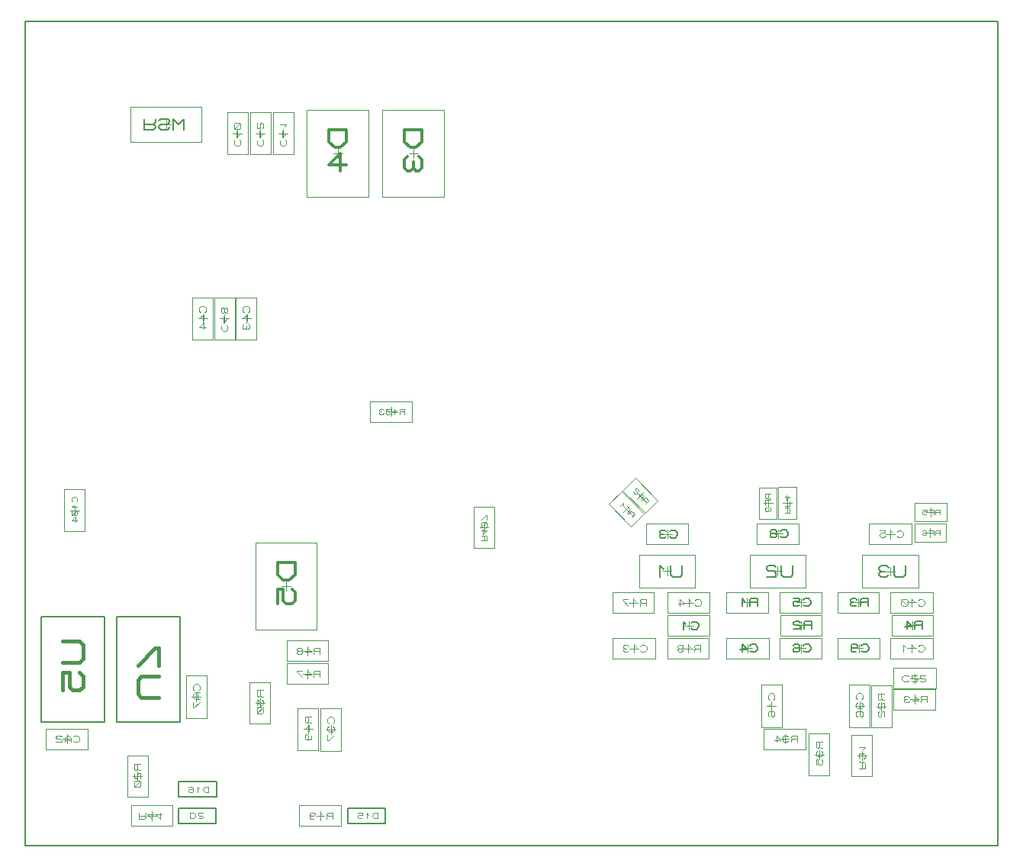
<source format=gbr>
G04 PROTEUS RS274X GERBER FILE*
%FSLAX45Y45*%
%MOMM*%
G01*
%ADD41C,0.203200*%
%ADD97C,0.050000*%
%ADD99C,0.093000*%
%ADD129C,0.389040*%
%ADD102C,0.118750*%
%ADD130C,0.208330*%
%ADD109C,0.141000*%
%ADD113C,0.116250*%
%ADD98C,0.095000*%
%ADD128C,0.100580*%
%ADD131C,0.325000*%
%ADD132C,0.088750*%
%ADD133C,0.198750*%
D41*
X-1079500Y-6413500D02*
X+9715500Y-6413500D01*
X+9715500Y+2730500D01*
X-1079500Y+2730500D01*
X-1079500Y-6413500D01*
D97*
X+3209200Y-1715200D02*
X+2749200Y-1715200D01*
X+2749200Y-1485200D01*
X+3209200Y-1485200D01*
X+3209200Y-1715200D01*
X+2979200Y-1550200D02*
X+2979200Y-1650200D01*
X+2929200Y-1600200D02*
X+3029200Y-1600200D01*
D99*
X+3128000Y-1628100D02*
X+3128000Y-1572300D01*
X+3081500Y-1572300D01*
X+3072200Y-1581600D01*
X+3072200Y-1590900D01*
X+3081500Y-1600200D01*
X+3128000Y-1600200D01*
X+3081500Y-1600200D02*
X+3072200Y-1609500D01*
X+3072200Y-1628100D01*
X+2997800Y-1609500D02*
X+3053600Y-1609500D01*
X+3016400Y-1572300D01*
X+3016400Y-1628100D01*
X+2979200Y-1618800D02*
X+2979200Y-1581600D01*
X+2969900Y-1572300D01*
X+2932700Y-1572300D01*
X+2923400Y-1581600D01*
X+2923400Y-1618800D01*
X+2932700Y-1628100D01*
X+2969900Y-1628100D01*
X+2979200Y-1618800D01*
X+2979200Y-1628100D02*
X+2923400Y-1572300D01*
X+2895500Y-1581600D02*
X+2886200Y-1572300D01*
X+2858300Y-1572300D01*
X+2849000Y-1581600D01*
X+2849000Y-1590900D01*
X+2858300Y-1600200D01*
X+2849000Y-1609500D01*
X+2849000Y-1618800D01*
X+2858300Y-1628100D01*
X+2886200Y-1628100D01*
X+2895500Y-1618800D01*
X+2876900Y-1600200D02*
X+2858300Y-1600200D01*
D41*
X-902450Y-5041900D02*
X-203950Y-5041900D01*
X-203950Y-3874770D01*
X-902450Y-3874770D01*
X-902450Y-5041900D01*
D129*
X-669913Y-4147101D02*
X-475391Y-4147101D01*
X-436487Y-4186005D01*
X-436487Y-4341622D01*
X-475391Y-4380526D01*
X-669913Y-4380526D01*
X-669913Y-4691760D02*
X-669913Y-4497239D01*
X-592104Y-4497239D01*
X-592104Y-4652856D01*
X-553200Y-4691760D01*
X-475391Y-4691760D01*
X-436487Y-4652856D01*
X-436487Y-4536143D01*
X-475391Y-4497239D01*
D41*
X-64250Y-5041900D02*
X+634250Y-5041900D01*
X+634250Y-3874770D01*
X-64250Y-3874770D01*
X-64250Y-5041900D01*
D129*
X+401713Y-4769569D02*
X+207191Y-4769569D01*
X+168287Y-4730665D01*
X+168287Y-4575048D01*
X+207191Y-4536144D01*
X+401713Y-4536144D01*
X+401713Y-4419431D02*
X+401713Y-4224910D01*
X+362809Y-4224910D01*
X+168287Y-4419431D01*
D97*
X+1160080Y+1252438D02*
X+1160080Y+1722438D01*
X+1390080Y+1722438D01*
X+1390080Y+1252438D01*
X+1160080Y+1252438D01*
X+1325080Y+1487438D02*
X+1225080Y+1487438D01*
X+1275080Y+1537438D02*
X+1275080Y+1437438D01*
D102*
X+1251330Y+1416188D02*
X+1239455Y+1404313D01*
X+1239455Y+1368688D01*
X+1263205Y+1344938D01*
X+1286955Y+1344938D01*
X+1310705Y+1368688D01*
X+1310705Y+1404313D01*
X+1298830Y+1416188D01*
X+1263205Y+1511188D02*
X+1263205Y+1439938D01*
X+1310705Y+1487438D01*
X+1239455Y+1487438D01*
X+1251330Y+1534938D02*
X+1298830Y+1534938D01*
X+1310705Y+1546813D01*
X+1310705Y+1594313D01*
X+1298830Y+1606188D01*
X+1251330Y+1606188D01*
X+1239455Y+1594313D01*
X+1239455Y+1546813D01*
X+1251330Y+1534938D01*
X+1239455Y+1534938D02*
X+1310705Y+1606188D01*
D97*
X+1668080Y+1252438D02*
X+1668080Y+1722438D01*
X+1898080Y+1722438D01*
X+1898080Y+1252438D01*
X+1668080Y+1252438D01*
X+1833080Y+1487438D02*
X+1733080Y+1487438D01*
X+1783080Y+1537438D02*
X+1783080Y+1437438D01*
D102*
X+1759330Y+1416188D02*
X+1747455Y+1404313D01*
X+1747455Y+1368688D01*
X+1771205Y+1344938D01*
X+1794955Y+1344938D01*
X+1818705Y+1368688D01*
X+1818705Y+1404313D01*
X+1806830Y+1416188D01*
X+1771205Y+1511188D02*
X+1771205Y+1439938D01*
X+1818705Y+1487438D01*
X+1747455Y+1487438D01*
X+1794955Y+1558688D02*
X+1818705Y+1582438D01*
X+1747455Y+1582438D01*
D97*
X+1414080Y+1252438D02*
X+1414080Y+1722438D01*
X+1644080Y+1722438D01*
X+1644080Y+1252438D01*
X+1414080Y+1252438D01*
X+1579080Y+1487438D02*
X+1479080Y+1487438D01*
X+1529080Y+1537438D02*
X+1529080Y+1437438D01*
D102*
X+1505330Y+1416188D02*
X+1493455Y+1404313D01*
X+1493455Y+1368688D01*
X+1517205Y+1344938D01*
X+1540955Y+1344938D01*
X+1564705Y+1368688D01*
X+1564705Y+1404313D01*
X+1552830Y+1416188D01*
X+1517205Y+1511188D02*
X+1517205Y+1439938D01*
X+1564705Y+1487438D01*
X+1493455Y+1487438D01*
X+1552830Y+1546813D02*
X+1564705Y+1558688D01*
X+1564705Y+1594313D01*
X+1552830Y+1606188D01*
X+1540955Y+1606188D01*
X+1529080Y+1594313D01*
X+1529080Y+1558688D01*
X+1517205Y+1546813D01*
X+1493455Y+1546813D01*
X+1493455Y+1606188D01*
D97*
X+1256600Y-804100D02*
X+1256600Y-334100D01*
X+1486600Y-334100D01*
X+1486600Y-804100D01*
X+1256600Y-804100D01*
X+1421600Y-569100D02*
X+1321600Y-569100D01*
X+1371600Y-519100D02*
X+1371600Y-619100D01*
D102*
X+1395350Y-497850D02*
X+1407225Y-485975D01*
X+1407225Y-450350D01*
X+1383475Y-426600D01*
X+1359725Y-426600D01*
X+1335975Y-450350D01*
X+1335975Y-485975D01*
X+1347850Y-497850D01*
X+1383475Y-592850D02*
X+1383475Y-521600D01*
X+1335975Y-569100D01*
X+1407225Y-569100D01*
X+1347850Y-628475D02*
X+1335975Y-640350D01*
X+1335975Y-675975D01*
X+1347850Y-687850D01*
X+1359725Y-687850D01*
X+1371600Y-675975D01*
X+1383475Y-687850D01*
X+1395350Y-687850D01*
X+1407225Y-675975D01*
X+1407225Y-640350D01*
X+1395350Y-628475D01*
X+1371600Y-652225D02*
X+1371600Y-675975D01*
D97*
X+774000Y-804100D02*
X+774000Y-334100D01*
X+1004000Y-334100D01*
X+1004000Y-804100D01*
X+774000Y-804100D01*
X+939000Y-569100D02*
X+839000Y-569100D01*
X+889000Y-519100D02*
X+889000Y-619100D01*
D102*
X+912750Y-497850D02*
X+924625Y-485975D01*
X+924625Y-450350D01*
X+900875Y-426600D01*
X+877125Y-426600D01*
X+853375Y-450350D01*
X+853375Y-485975D01*
X+865250Y-497850D01*
X+900875Y-592850D02*
X+900875Y-521600D01*
X+853375Y-569100D01*
X+924625Y-569100D01*
X+900875Y-687850D02*
X+900875Y-616600D01*
X+853375Y-664100D01*
X+924625Y-664100D01*
D97*
X+1015300Y-804100D02*
X+1015300Y-334100D01*
X+1245300Y-334100D01*
X+1245300Y-804100D01*
X+1015300Y-804100D01*
X+1180300Y-569100D02*
X+1080300Y-569100D01*
X+1130300Y-519100D02*
X+1130300Y-619100D01*
D102*
X+1106550Y-640350D02*
X+1094675Y-652225D01*
X+1094675Y-687850D01*
X+1118425Y-711600D01*
X+1142175Y-711600D01*
X+1165925Y-687850D01*
X+1165925Y-652225D01*
X+1154050Y-640350D01*
X+1118425Y-545350D02*
X+1118425Y-616600D01*
X+1165925Y-569100D01*
X+1094675Y-569100D01*
X+1130300Y-497850D02*
X+1142175Y-509725D01*
X+1154050Y-509725D01*
X+1165925Y-497850D01*
X+1165925Y-462225D01*
X+1154050Y-450350D01*
X+1142175Y-450350D01*
X+1130300Y-462225D01*
X+1130300Y-497850D01*
X+1118425Y-509725D01*
X+1106550Y-509725D01*
X+1094675Y-497850D01*
X+1094675Y-462225D01*
X+1106550Y-450350D01*
X+1118425Y-450350D01*
X+1130300Y-462225D01*
D97*
X-384100Y-5347400D02*
X-854100Y-5347400D01*
X-854100Y-5117400D01*
X-384100Y-5117400D01*
X-384100Y-5347400D01*
X-619100Y-5182400D02*
X-619100Y-5282400D01*
X-669100Y-5232400D02*
X-569100Y-5232400D01*
D102*
X-547850Y-5256150D02*
X-535975Y-5268025D01*
X-500350Y-5268025D01*
X-476600Y-5244275D01*
X-476600Y-5220525D01*
X-500350Y-5196775D01*
X-535975Y-5196775D01*
X-547850Y-5208650D01*
X-571600Y-5268025D02*
X-571600Y-5220525D01*
X-595350Y-5196775D01*
X-619100Y-5196775D01*
X-642850Y-5220525D01*
X-642850Y-5268025D01*
X-571600Y-5244275D02*
X-642850Y-5244275D01*
X-678475Y-5208650D02*
X-690350Y-5196775D01*
X-725975Y-5196775D01*
X-737850Y-5208650D01*
X-737850Y-5220525D01*
X-725975Y-5232400D01*
X-690350Y-5232400D01*
X-678475Y-5244275D01*
X-678475Y-5268025D01*
X-737850Y-5268025D01*
D97*
X+703400Y-4999900D02*
X+703400Y-4529900D01*
X+933400Y-4529900D01*
X+933400Y-4999900D01*
X+703400Y-4999900D01*
X+868400Y-4764900D02*
X+768400Y-4764900D01*
X+818400Y-4714900D02*
X+818400Y-4814900D01*
D102*
X+842150Y-4693650D02*
X+854025Y-4681775D01*
X+854025Y-4646150D01*
X+830275Y-4622400D01*
X+806525Y-4622400D01*
X+782775Y-4646150D01*
X+782775Y-4681775D01*
X+794650Y-4693650D01*
X+854025Y-4717400D02*
X+806525Y-4717400D01*
X+782775Y-4741150D01*
X+782775Y-4764900D01*
X+806525Y-4788650D01*
X+854025Y-4788650D01*
X+830275Y-4717400D02*
X+830275Y-4788650D01*
X+782775Y-4824275D02*
X+782775Y-4883650D01*
X+794650Y-4883650D01*
X+854025Y-4824275D01*
D97*
X+3897270Y-3113830D02*
X+3897270Y-2653830D01*
X+4127270Y-2653830D01*
X+4127270Y-3113830D01*
X+3897270Y-3113830D01*
X+4062270Y-2883830D02*
X+3962270Y-2883830D01*
X+4012270Y-2833830D02*
X+4012270Y-2933830D01*
D99*
X+3984370Y-3032630D02*
X+4040170Y-3032630D01*
X+4040170Y-2986130D01*
X+4030870Y-2976830D01*
X+4021570Y-2976830D01*
X+4012270Y-2986130D01*
X+4012270Y-3032630D01*
X+4012270Y-2986130D02*
X+4002970Y-2976830D01*
X+3984370Y-2976830D01*
X+4002970Y-2902430D02*
X+4002970Y-2958230D01*
X+4040170Y-2921030D01*
X+3984370Y-2921030D01*
X+3993670Y-2883830D02*
X+4030870Y-2883830D01*
X+4040170Y-2874530D01*
X+4040170Y-2837330D01*
X+4030870Y-2828030D01*
X+3993670Y-2828030D01*
X+3984370Y-2837330D01*
X+3984370Y-2874530D01*
X+3993670Y-2883830D01*
X+3984370Y-2883830D02*
X+4040170Y-2828030D01*
X+4040170Y-2800130D02*
X+4040170Y-2753630D01*
X+4030870Y-2753630D01*
X+3984370Y-2800130D01*
D97*
X+6354000Y-3550902D02*
X+5734000Y-3550902D01*
X+5734000Y-3190902D01*
X+6354000Y-3190902D01*
X+6354000Y-3550902D01*
X+6044000Y-3320902D02*
X+6044000Y-3420902D01*
X+5994000Y-3370902D02*
X+6094000Y-3370902D01*
D130*
X+6210666Y-3308402D02*
X+6210666Y-3412569D01*
X+6189833Y-3433402D01*
X+6106500Y-3433402D01*
X+6085667Y-3412569D01*
X+6085667Y-3308402D01*
X+6002334Y-3350069D02*
X+5960667Y-3308402D01*
X+5960667Y-3433402D01*
D97*
X+7581107Y-3550533D02*
X+6961107Y-3550533D01*
X+6961107Y-3190533D01*
X+7581107Y-3190533D01*
X+7581107Y-3550533D01*
X+7271107Y-3320533D02*
X+7271107Y-3420533D01*
X+7221107Y-3370533D02*
X+7321107Y-3370533D01*
D130*
X+7437773Y-3308033D02*
X+7437773Y-3412200D01*
X+7416940Y-3433033D01*
X+7333607Y-3433033D01*
X+7312774Y-3412200D01*
X+7312774Y-3308033D01*
X+7250274Y-3328866D02*
X+7229441Y-3308033D01*
X+7166941Y-3308033D01*
X+7146108Y-3328866D01*
X+7146108Y-3349700D01*
X+7166941Y-3370533D01*
X+7229441Y-3370533D01*
X+7250274Y-3391366D01*
X+7250274Y-3433033D01*
X+7146108Y-3433033D01*
D97*
X+8830869Y-3552033D02*
X+8210869Y-3552033D01*
X+8210869Y-3192033D01*
X+8830869Y-3192033D01*
X+8830869Y-3552033D01*
X+8520869Y-3322033D02*
X+8520869Y-3422033D01*
X+8470869Y-3372033D02*
X+8570869Y-3372033D01*
D130*
X+8687535Y-3309533D02*
X+8687535Y-3413700D01*
X+8666702Y-3434533D01*
X+8583369Y-3434533D01*
X+8562536Y-3413700D01*
X+8562536Y-3309533D01*
X+8500036Y-3330366D02*
X+8479203Y-3309533D01*
X+8416703Y-3309533D01*
X+8395870Y-3330366D01*
X+8395870Y-3351200D01*
X+8416703Y-3372033D01*
X+8395870Y-3392866D01*
X+8395870Y-3413700D01*
X+8416703Y-3434533D01*
X+8479203Y-3434533D01*
X+8500036Y-3413700D01*
X+8458370Y-3372033D02*
X+8416703Y-3372033D01*
D97*
X+6280500Y-3072402D02*
X+5810500Y-3072402D01*
X+5810500Y-2842402D01*
X+6280500Y-2842402D01*
X+6280500Y-3072402D01*
X+6045500Y-2907402D02*
X+6045500Y-3007402D01*
X+5995500Y-2957402D02*
X+6095500Y-2957402D01*
D109*
X+6073700Y-2985602D02*
X+6087800Y-2999702D01*
X+6130100Y-2999702D01*
X+6158300Y-2971502D01*
X+6158300Y-2943302D01*
X+6130100Y-2915102D01*
X+6087800Y-2915102D01*
X+6073700Y-2929202D01*
X+6031400Y-2929202D02*
X+6017300Y-2915102D01*
X+5975000Y-2915102D01*
X+5960900Y-2929202D01*
X+5960900Y-2943302D01*
X+5975000Y-2957402D01*
X+5960900Y-2971502D01*
X+5960900Y-2985602D01*
X+5975000Y-2999702D01*
X+6017300Y-2999702D01*
X+6031400Y-2985602D01*
X+6003200Y-2957402D02*
X+5975000Y-2957402D01*
D97*
X+7507607Y-3072033D02*
X+7037607Y-3072033D01*
X+7037607Y-2842033D01*
X+7507607Y-2842033D01*
X+7507607Y-3072033D01*
X+7272607Y-2907033D02*
X+7272607Y-3007033D01*
X+7222607Y-2957033D02*
X+7322607Y-2957033D01*
D109*
X+7300807Y-2985233D02*
X+7314907Y-2999333D01*
X+7357207Y-2999333D01*
X+7385407Y-2971133D01*
X+7385407Y-2942933D01*
X+7357207Y-2914733D01*
X+7314907Y-2914733D01*
X+7300807Y-2928833D01*
X+7244407Y-2957033D02*
X+7258507Y-2942933D01*
X+7258507Y-2928833D01*
X+7244407Y-2914733D01*
X+7202107Y-2914733D01*
X+7188007Y-2928833D01*
X+7188007Y-2942933D01*
X+7202107Y-2957033D01*
X+7244407Y-2957033D01*
X+7258507Y-2971133D01*
X+7258507Y-2985233D01*
X+7244407Y-2999333D01*
X+7202107Y-2999333D01*
X+7188007Y-2985233D01*
X+7188007Y-2971133D01*
X+7202107Y-2957033D01*
D97*
X+8757369Y-3073533D02*
X+8287369Y-3073533D01*
X+8287369Y-2843533D01*
X+8757369Y-2843533D01*
X+8757369Y-3073533D01*
X+8522369Y-2908533D02*
X+8522369Y-3008533D01*
X+8472369Y-2958533D02*
X+8572369Y-2958533D01*
D102*
X+8593619Y-2982283D02*
X+8605494Y-2994158D01*
X+8641119Y-2994158D01*
X+8664869Y-2970408D01*
X+8664869Y-2946658D01*
X+8641119Y-2922908D01*
X+8605494Y-2922908D01*
X+8593619Y-2934783D01*
X+8546119Y-2946658D02*
X+8522369Y-2922908D01*
X+8522369Y-2994158D01*
X+8403619Y-2922908D02*
X+8462994Y-2922908D01*
X+8462994Y-2946658D01*
X+8415494Y-2946658D01*
X+8403619Y-2958533D01*
X+8403619Y-2982283D01*
X+8415494Y-2994158D01*
X+8451119Y-2994158D01*
X+8462994Y-2982283D01*
D97*
X+6517000Y-3834402D02*
X+6047000Y-3834402D01*
X+6047000Y-3604402D01*
X+6517000Y-3604402D01*
X+6517000Y-3834402D01*
X+6282000Y-3669402D02*
X+6282000Y-3769402D01*
X+6232000Y-3719402D02*
X+6332000Y-3719402D01*
D102*
X+6353250Y-3743152D02*
X+6365125Y-3755027D01*
X+6400750Y-3755027D01*
X+6424500Y-3731277D01*
X+6424500Y-3707527D01*
X+6400750Y-3683777D01*
X+6365125Y-3683777D01*
X+6353250Y-3695652D01*
X+6305750Y-3707527D02*
X+6282000Y-3683777D01*
X+6282000Y-3755027D01*
X+6163250Y-3731277D02*
X+6234500Y-3731277D01*
X+6187000Y-3683777D01*
X+6187000Y-3755027D01*
D97*
X+7761607Y-3834033D02*
X+7291607Y-3834033D01*
X+7291607Y-3604033D01*
X+7761607Y-3604033D01*
X+7761607Y-3834033D01*
X+7526607Y-3669033D02*
X+7526607Y-3769033D01*
X+7476607Y-3719033D02*
X+7576607Y-3719033D01*
D109*
X+7554807Y-3747233D02*
X+7568907Y-3761333D01*
X+7611207Y-3761333D01*
X+7639407Y-3733133D01*
X+7639407Y-3704933D01*
X+7611207Y-3676733D01*
X+7568907Y-3676733D01*
X+7554807Y-3690833D01*
X+7442007Y-3676733D02*
X+7512507Y-3676733D01*
X+7512507Y-3704933D01*
X+7456107Y-3704933D01*
X+7442007Y-3719033D01*
X+7442007Y-3747233D01*
X+7456107Y-3761333D01*
X+7498407Y-3761333D01*
X+7512507Y-3747233D01*
D97*
X+8993869Y-3834033D02*
X+8523869Y-3834033D01*
X+8523869Y-3604033D01*
X+8993869Y-3604033D01*
X+8993869Y-3834033D01*
X+8758869Y-3669033D02*
X+8758869Y-3769033D01*
X+8708869Y-3719033D02*
X+8808869Y-3719033D01*
D102*
X+8830119Y-3742783D02*
X+8841994Y-3754658D01*
X+8877619Y-3754658D01*
X+8901369Y-3730908D01*
X+8901369Y-3707158D01*
X+8877619Y-3683408D01*
X+8841994Y-3683408D01*
X+8830119Y-3695283D01*
X+8782619Y-3707158D02*
X+8758869Y-3683408D01*
X+8758869Y-3754658D01*
X+8711369Y-3742783D02*
X+8711369Y-3695283D01*
X+8699494Y-3683408D01*
X+8651994Y-3683408D01*
X+8640119Y-3695283D01*
X+8640119Y-3742783D01*
X+8651994Y-3754658D01*
X+8699494Y-3754658D01*
X+8711369Y-3742783D01*
X+8711369Y-3754658D02*
X+8640119Y-3683408D01*
D97*
X+6517000Y-4088402D02*
X+6047000Y-4088402D01*
X+6047000Y-3858402D01*
X+6517000Y-3858402D01*
X+6517000Y-4088402D01*
X+6282000Y-3923402D02*
X+6282000Y-4023402D01*
X+6232000Y-3973402D02*
X+6332000Y-3973402D01*
D109*
X+6310200Y-4001602D02*
X+6324300Y-4015702D01*
X+6366600Y-4015702D01*
X+6394800Y-3987502D01*
X+6394800Y-3959302D01*
X+6366600Y-3931102D01*
X+6324300Y-3931102D01*
X+6310200Y-3945202D01*
X+6253800Y-3959302D02*
X+6225600Y-3931102D01*
X+6225600Y-4015702D01*
D97*
X+5909500Y-4342402D02*
X+5439500Y-4342402D01*
X+5439500Y-4112402D01*
X+5909500Y-4112402D01*
X+5909500Y-4342402D01*
X+5674500Y-4177402D02*
X+5674500Y-4277402D01*
X+5624500Y-4227402D02*
X+5724500Y-4227402D01*
D102*
X+5745750Y-4251152D02*
X+5757625Y-4263027D01*
X+5793250Y-4263027D01*
X+5817000Y-4239277D01*
X+5817000Y-4215527D01*
X+5793250Y-4191777D01*
X+5757625Y-4191777D01*
X+5745750Y-4203652D01*
X+5698250Y-4215527D02*
X+5674500Y-4191777D01*
X+5674500Y-4263027D01*
X+5615125Y-4203652D02*
X+5603250Y-4191777D01*
X+5567625Y-4191777D01*
X+5555750Y-4203652D01*
X+5555750Y-4215527D01*
X+5567625Y-4227402D01*
X+5555750Y-4239277D01*
X+5555750Y-4251152D01*
X+5567625Y-4263027D01*
X+5603250Y-4263027D01*
X+5615125Y-4251152D01*
X+5591375Y-4227402D02*
X+5567625Y-4227402D01*
D97*
X+5439500Y-3604402D02*
X+5899500Y-3604402D01*
X+5899500Y-3834402D01*
X+5439500Y-3834402D01*
X+5439500Y-3604402D01*
X+5669500Y-3769402D02*
X+5669500Y-3669402D01*
X+5719500Y-3719402D02*
X+5619500Y-3719402D01*
D113*
X+5809000Y-3754277D02*
X+5809000Y-3684527D01*
X+5750875Y-3684527D01*
X+5739250Y-3696152D01*
X+5739250Y-3707777D01*
X+5750875Y-3719402D01*
X+5809000Y-3719402D01*
X+5750875Y-3719402D02*
X+5739250Y-3731027D01*
X+5739250Y-3754277D01*
X+5692750Y-3707777D02*
X+5669500Y-3684527D01*
X+5669500Y-3754277D01*
X+5611375Y-3684527D02*
X+5553250Y-3684527D01*
X+5553250Y-3696152D01*
X+5611375Y-3754277D01*
D97*
X+6507000Y-4342402D02*
X+6047000Y-4342402D01*
X+6047000Y-4112402D01*
X+6507000Y-4112402D01*
X+6507000Y-4342402D01*
X+6277000Y-4177402D02*
X+6277000Y-4277402D01*
X+6227000Y-4227402D02*
X+6327000Y-4227402D01*
D113*
X+6416500Y-4262277D02*
X+6416500Y-4192527D01*
X+6358375Y-4192527D01*
X+6346750Y-4204152D01*
X+6346750Y-4215777D01*
X+6358375Y-4227402D01*
X+6416500Y-4227402D01*
X+6358375Y-4227402D02*
X+6346750Y-4239027D01*
X+6346750Y-4262277D01*
X+6300250Y-4215777D02*
X+6277000Y-4192527D01*
X+6277000Y-4262277D01*
X+6207250Y-4227402D02*
X+6218875Y-4215777D01*
X+6218875Y-4204152D01*
X+6207250Y-4192527D01*
X+6172375Y-4192527D01*
X+6160750Y-4204152D01*
X+6160750Y-4215777D01*
X+6172375Y-4227402D01*
X+6207250Y-4227402D01*
X+6218875Y-4239027D01*
X+6218875Y-4250652D01*
X+6207250Y-4262277D01*
X+6172375Y-4262277D01*
X+6160750Y-4250652D01*
X+6160750Y-4239027D01*
X+6172375Y-4227402D01*
D97*
X+6702607Y-3604033D02*
X+7162607Y-3604033D01*
X+7162607Y-3834033D01*
X+6702607Y-3834033D01*
X+6702607Y-3604033D01*
X+6932607Y-3769033D02*
X+6932607Y-3669033D01*
X+6982607Y-3719033D02*
X+6882607Y-3719033D01*
D109*
X+7045407Y-3761333D02*
X+7045407Y-3676733D01*
X+6974907Y-3676733D01*
X+6960807Y-3690833D01*
X+6960807Y-3704933D01*
X+6974907Y-3719033D01*
X+7045407Y-3719033D01*
X+6974907Y-3719033D02*
X+6960807Y-3733133D01*
X+6960807Y-3761333D01*
X+6904407Y-3704933D02*
X+6876207Y-3676733D01*
X+6876207Y-3761333D01*
D97*
X+7761607Y-4088033D02*
X+7301607Y-4088033D01*
X+7301607Y-3858033D01*
X+7761607Y-3858033D01*
X+7761607Y-4088033D01*
X+7531607Y-3923033D02*
X+7531607Y-4023033D01*
X+7481607Y-3973033D02*
X+7581607Y-3973033D01*
D109*
X+7644407Y-4015333D02*
X+7644407Y-3930733D01*
X+7573907Y-3930733D01*
X+7559807Y-3944833D01*
X+7559807Y-3958933D01*
X+7573907Y-3973033D01*
X+7644407Y-3973033D01*
X+7573907Y-3973033D02*
X+7559807Y-3987133D01*
X+7559807Y-4015333D01*
X+7517507Y-3944833D02*
X+7503407Y-3930733D01*
X+7461107Y-3930733D01*
X+7447007Y-3944833D01*
X+7447007Y-3958933D01*
X+7461107Y-3973033D01*
X+7503407Y-3973033D01*
X+7517507Y-3987133D01*
X+7517507Y-4015333D01*
X+7447007Y-4015333D01*
D97*
X+7934869Y-3604033D02*
X+8394869Y-3604033D01*
X+8394869Y-3834033D01*
X+7934869Y-3834033D01*
X+7934869Y-3604033D01*
X+8164869Y-3769033D02*
X+8164869Y-3669033D01*
X+8214869Y-3719033D02*
X+8114869Y-3719033D01*
D109*
X+8277669Y-3761333D02*
X+8277669Y-3676733D01*
X+8207169Y-3676733D01*
X+8193069Y-3690833D01*
X+8193069Y-3704933D01*
X+8207169Y-3719033D01*
X+8277669Y-3719033D01*
X+8207169Y-3719033D02*
X+8193069Y-3733133D01*
X+8193069Y-3761333D01*
X+8150769Y-3690833D02*
X+8136669Y-3676733D01*
X+8094369Y-3676733D01*
X+8080269Y-3690833D01*
X+8080269Y-3704933D01*
X+8094369Y-3719033D01*
X+8080269Y-3733133D01*
X+8080269Y-3747233D01*
X+8094369Y-3761333D01*
X+8136669Y-3761333D01*
X+8150769Y-3747233D01*
X+8122569Y-3719033D02*
X+8094369Y-3719033D01*
D97*
X+8993869Y-4088033D02*
X+8533869Y-4088033D01*
X+8533869Y-3858033D01*
X+8993869Y-3858033D01*
X+8993869Y-4088033D01*
X+8763869Y-3923033D02*
X+8763869Y-4023033D01*
X+8713869Y-3973033D02*
X+8813869Y-3973033D01*
D109*
X+8876669Y-4015333D02*
X+8876669Y-3930733D01*
X+8806169Y-3930733D01*
X+8792069Y-3944833D01*
X+8792069Y-3958933D01*
X+8806169Y-3973033D01*
X+8876669Y-3973033D01*
X+8806169Y-3973033D02*
X+8792069Y-3987133D01*
X+8792069Y-4015333D01*
X+8679269Y-3987133D02*
X+8763869Y-3987133D01*
X+8707469Y-3930733D01*
X+8707469Y-4015333D01*
D97*
X+7172607Y-4342033D02*
X+6702607Y-4342033D01*
X+6702607Y-4112033D01*
X+7172607Y-4112033D01*
X+7172607Y-4342033D01*
X+6937607Y-4177033D02*
X+6937607Y-4277033D01*
X+6887607Y-4227033D02*
X+6987607Y-4227033D01*
D109*
X+6965807Y-4255233D02*
X+6979907Y-4269333D01*
X+7022207Y-4269333D01*
X+7050407Y-4241133D01*
X+7050407Y-4212933D01*
X+7022207Y-4184733D01*
X+6979907Y-4184733D01*
X+6965807Y-4198833D01*
X+6853007Y-4241133D02*
X+6937607Y-4241133D01*
X+6881207Y-4184733D01*
X+6881207Y-4269333D01*
D97*
X+7761607Y-4342033D02*
X+7291607Y-4342033D01*
X+7291607Y-4112033D01*
X+7761607Y-4112033D01*
X+7761607Y-4342033D01*
X+7526607Y-4177033D02*
X+7526607Y-4277033D01*
X+7476607Y-4227033D02*
X+7576607Y-4227033D01*
D109*
X+7554807Y-4255233D02*
X+7568907Y-4269333D01*
X+7611207Y-4269333D01*
X+7639407Y-4241133D01*
X+7639407Y-4212933D01*
X+7611207Y-4184733D01*
X+7568907Y-4184733D01*
X+7554807Y-4198833D01*
X+7442007Y-4198833D02*
X+7456107Y-4184733D01*
X+7498407Y-4184733D01*
X+7512507Y-4198833D01*
X+7512507Y-4255233D01*
X+7498407Y-4269333D01*
X+7456107Y-4269333D01*
X+7442007Y-4255233D01*
X+7442007Y-4241133D01*
X+7456107Y-4227033D01*
X+7512507Y-4227033D01*
D97*
X+8404869Y-4342033D02*
X+7934869Y-4342033D01*
X+7934869Y-4112033D01*
X+8404869Y-4112033D01*
X+8404869Y-4342033D01*
X+8169869Y-4177033D02*
X+8169869Y-4277033D01*
X+8119869Y-4227033D02*
X+8219869Y-4227033D01*
D109*
X+8198069Y-4255233D02*
X+8212169Y-4269333D01*
X+8254469Y-4269333D01*
X+8282669Y-4241133D01*
X+8282669Y-4212933D01*
X+8254469Y-4184733D01*
X+8212169Y-4184733D01*
X+8198069Y-4198833D01*
X+8085269Y-4212933D02*
X+8099369Y-4227033D01*
X+8141669Y-4227033D01*
X+8155769Y-4212933D01*
X+8155769Y-4198833D01*
X+8141669Y-4184733D01*
X+8099369Y-4184733D01*
X+8085269Y-4198833D01*
X+8085269Y-4255233D01*
X+8099369Y-4269333D01*
X+8141669Y-4269333D01*
D97*
X+8993869Y-4342033D02*
X+8523869Y-4342033D01*
X+8523869Y-4112033D01*
X+8993869Y-4112033D01*
X+8993869Y-4342033D01*
X+8758869Y-4177033D02*
X+8758869Y-4277033D01*
X+8708869Y-4227033D02*
X+8808869Y-4227033D01*
D102*
X+8830119Y-4250783D02*
X+8841994Y-4262658D01*
X+8877619Y-4262658D01*
X+8901369Y-4238908D01*
X+8901369Y-4215158D01*
X+8877619Y-4191408D01*
X+8841994Y-4191408D01*
X+8830119Y-4203283D01*
X+8782619Y-4215158D02*
X+8758869Y-4191408D01*
X+8758869Y-4262658D01*
X+8687619Y-4215158D02*
X+8663869Y-4191408D01*
X+8663869Y-4262658D01*
D97*
X+7315900Y-4631500D02*
X+7315900Y-5101500D01*
X+7085900Y-5101500D01*
X+7085900Y-4631500D01*
X+7315900Y-4631500D01*
X+7150900Y-4866500D02*
X+7250900Y-4866500D01*
X+7200900Y-4916500D02*
X+7200900Y-4816500D01*
D102*
X+7224650Y-4795250D02*
X+7236525Y-4783375D01*
X+7236525Y-4747750D01*
X+7212775Y-4724000D01*
X+7189025Y-4724000D01*
X+7165275Y-4747750D01*
X+7165275Y-4783375D01*
X+7177150Y-4795250D01*
X+7189025Y-4842750D02*
X+7165275Y-4866500D01*
X+7236525Y-4866500D01*
X+7177150Y-4985250D02*
X+7165275Y-4973375D01*
X+7165275Y-4937750D01*
X+7177150Y-4925875D01*
X+7224650Y-4925875D01*
X+7236525Y-4937750D01*
X+7236525Y-4973375D01*
X+7224650Y-4985250D01*
X+7212775Y-4985250D01*
X+7200900Y-4973375D01*
X+7200900Y-4925875D01*
D97*
X+8293800Y-4630376D02*
X+8293800Y-5100376D01*
X+8063800Y-5100376D01*
X+8063800Y-4630376D01*
X+8293800Y-4630376D01*
X+8128800Y-4865376D02*
X+8228800Y-4865376D01*
X+8178800Y-4915376D02*
X+8178800Y-4815376D01*
D102*
X+8202550Y-4794126D02*
X+8214425Y-4782251D01*
X+8214425Y-4746626D01*
X+8190675Y-4722876D01*
X+8166925Y-4722876D01*
X+8143175Y-4746626D01*
X+8143175Y-4782251D01*
X+8155050Y-4794126D01*
X+8155050Y-4829751D02*
X+8143175Y-4841626D01*
X+8143175Y-4877251D01*
X+8155050Y-4889126D01*
X+8166925Y-4889126D01*
X+8178800Y-4877251D01*
X+8190675Y-4889126D01*
X+8202550Y-4889126D01*
X+8214425Y-4877251D01*
X+8214425Y-4841626D01*
X+8202550Y-4829751D01*
X+8178800Y-4853501D02*
X+8178800Y-4877251D01*
X+8155050Y-4984126D02*
X+8143175Y-4972251D01*
X+8143175Y-4936626D01*
X+8155050Y-4924751D01*
X+8202550Y-4924751D01*
X+8214425Y-4936626D01*
X+8214425Y-4972251D01*
X+8202550Y-4984126D01*
X+8190675Y-4984126D01*
X+8178800Y-4972251D01*
X+8178800Y-4924751D01*
D97*
X+2426400Y-4893400D02*
X+2426400Y-5363400D01*
X+2196400Y-5363400D01*
X+2196400Y-4893400D01*
X+2426400Y-4893400D01*
X+2261400Y-5128400D02*
X+2361400Y-5128400D01*
X+2311400Y-5178400D02*
X+2311400Y-5078400D01*
D102*
X+2335150Y-5057150D02*
X+2347025Y-5045275D01*
X+2347025Y-5009650D01*
X+2323275Y-4985900D01*
X+2299525Y-4985900D01*
X+2275775Y-5009650D01*
X+2275775Y-5045275D01*
X+2287650Y-5057150D01*
X+2287650Y-5092775D02*
X+2275775Y-5104650D01*
X+2275775Y-5140275D01*
X+2287650Y-5152150D01*
X+2299525Y-5152150D01*
X+2311400Y-5140275D01*
X+2323275Y-5152150D01*
X+2335150Y-5152150D01*
X+2347025Y-5140275D01*
X+2347025Y-5104650D01*
X+2335150Y-5092775D01*
X+2311400Y-5116525D02*
X+2311400Y-5140275D01*
X+2275775Y-5187775D02*
X+2275775Y-5247150D01*
X+2287650Y-5247150D01*
X+2347025Y-5187775D01*
D97*
X-648400Y-2929800D02*
X-648400Y-2459800D01*
X-418400Y-2459800D01*
X-418400Y-2929800D01*
X-648400Y-2929800D01*
X-483400Y-2694800D02*
X-583400Y-2694800D01*
X-533400Y-2644800D02*
X-533400Y-2744800D01*
D98*
X-514400Y-2599800D02*
X-504900Y-2590300D01*
X-504900Y-2561800D01*
X-523900Y-2542800D01*
X-542900Y-2542800D01*
X-561900Y-2561800D01*
X-561900Y-2590300D01*
X-552400Y-2599800D01*
X-542900Y-2637800D02*
X-561900Y-2656800D01*
X-504900Y-2656800D01*
X-514400Y-2694800D02*
X-552400Y-2694800D01*
X-561900Y-2704300D01*
X-561900Y-2742300D01*
X-552400Y-2751800D01*
X-514400Y-2751800D01*
X-504900Y-2742300D01*
X-504900Y-2704300D01*
X-514400Y-2694800D01*
X-504900Y-2694800D02*
X-561900Y-2751800D01*
X-523900Y-2827800D02*
X-523900Y-2770800D01*
X-561900Y-2808800D01*
X-504900Y-2808800D01*
D41*
X+622300Y-6167120D02*
X+1038860Y-6167120D01*
X+1038860Y-5999480D01*
X+622300Y-5999480D01*
X+622300Y-6167120D01*
D128*
X+750113Y-6053124D02*
X+750113Y-6113475D01*
X+790346Y-6113475D01*
X+810463Y-6093358D01*
X+810463Y-6073241D01*
X+790346Y-6053124D01*
X+750113Y-6053124D01*
X+840638Y-6103416D02*
X+850696Y-6113475D01*
X+880871Y-6113475D01*
X+890930Y-6103416D01*
X+890930Y-6093358D01*
X+880871Y-6083300D01*
X+850696Y-6083300D01*
X+840638Y-6073241D01*
X+840638Y-6053124D01*
X+890930Y-6053124D01*
D97*
X+8319200Y-5187600D02*
X+8319200Y-5647600D01*
X+8089200Y-5647600D01*
X+8089200Y-5187600D01*
X+8319200Y-5187600D01*
X+8154200Y-5417600D02*
X+8254200Y-5417600D01*
X+8204200Y-5467600D02*
X+8204200Y-5367600D01*
D113*
X+8169325Y-5557100D02*
X+8239075Y-5557100D01*
X+8239075Y-5498975D01*
X+8227450Y-5487350D01*
X+8215825Y-5487350D01*
X+8204200Y-5498975D01*
X+8204200Y-5557100D01*
X+8204200Y-5498975D02*
X+8192575Y-5487350D01*
X+8169325Y-5487350D01*
X+8227450Y-5452475D02*
X+8239075Y-5440850D01*
X+8239075Y-5405975D01*
X+8227450Y-5394350D01*
X+8215825Y-5394350D01*
X+8204200Y-5405975D01*
X+8192575Y-5394350D01*
X+8180950Y-5394350D01*
X+8169325Y-5405975D01*
X+8169325Y-5440850D01*
X+8180950Y-5452475D01*
X+8204200Y-5429225D02*
X+8204200Y-5405975D01*
X+8215825Y-5347850D02*
X+8239075Y-5324600D01*
X+8169325Y-5324600D01*
D97*
X+7118000Y-5117400D02*
X+7578000Y-5117400D01*
X+7578000Y-5347400D01*
X+7118000Y-5347400D01*
X+7118000Y-5117400D01*
X+7348000Y-5282400D02*
X+7348000Y-5182400D01*
X+7398000Y-5232400D02*
X+7298000Y-5232400D01*
D113*
X+7487500Y-5267275D02*
X+7487500Y-5197525D01*
X+7429375Y-5197525D01*
X+7417750Y-5209150D01*
X+7417750Y-5220775D01*
X+7429375Y-5232400D01*
X+7487500Y-5232400D01*
X+7429375Y-5232400D02*
X+7417750Y-5244025D01*
X+7417750Y-5267275D01*
X+7382875Y-5209150D02*
X+7371250Y-5197525D01*
X+7336375Y-5197525D01*
X+7324750Y-5209150D01*
X+7324750Y-5220775D01*
X+7336375Y-5232400D01*
X+7324750Y-5244025D01*
X+7324750Y-5255650D01*
X+7336375Y-5267275D01*
X+7371250Y-5267275D01*
X+7382875Y-5255650D01*
X+7359625Y-5232400D02*
X+7336375Y-5232400D01*
X+7231750Y-5244025D02*
X+7301500Y-5244025D01*
X+7255000Y-5197525D01*
X+7255000Y-5267275D01*
D97*
X+7846100Y-5174900D02*
X+7846100Y-5634900D01*
X+7616100Y-5634900D01*
X+7616100Y-5174900D01*
X+7846100Y-5174900D01*
X+7681100Y-5404900D02*
X+7781100Y-5404900D01*
X+7731100Y-5454900D02*
X+7731100Y-5354900D01*
D113*
X+7765975Y-5265400D02*
X+7696225Y-5265400D01*
X+7696225Y-5323525D01*
X+7707850Y-5335150D01*
X+7719475Y-5335150D01*
X+7731100Y-5323525D01*
X+7731100Y-5265400D01*
X+7731100Y-5323525D02*
X+7742725Y-5335150D01*
X+7765975Y-5335150D01*
X+7707850Y-5370025D02*
X+7696225Y-5381650D01*
X+7696225Y-5416525D01*
X+7707850Y-5428150D01*
X+7719475Y-5428150D01*
X+7731100Y-5416525D01*
X+7742725Y-5428150D01*
X+7754350Y-5428150D01*
X+7765975Y-5416525D01*
X+7765975Y-5381650D01*
X+7754350Y-5370025D01*
X+7731100Y-5393275D02*
X+7731100Y-5416525D01*
X+7696225Y-5521150D02*
X+7696225Y-5463025D01*
X+7719475Y-5463025D01*
X+7719475Y-5509525D01*
X+7731100Y-5521150D01*
X+7754350Y-5521150D01*
X+7765975Y-5509525D01*
X+7765975Y-5474650D01*
X+7754350Y-5463025D01*
D97*
X+8558416Y-4678216D02*
X+9018416Y-4678216D01*
X+9018416Y-4908216D01*
X+8558416Y-4908216D01*
X+8558416Y-4678216D01*
X+8788416Y-4843216D02*
X+8788416Y-4743216D01*
X+8838416Y-4793216D02*
X+8738416Y-4793216D01*
D113*
X+8927916Y-4828091D02*
X+8927916Y-4758341D01*
X+8869791Y-4758341D01*
X+8858166Y-4769966D01*
X+8858166Y-4781591D01*
X+8869791Y-4793216D01*
X+8927916Y-4793216D01*
X+8869791Y-4793216D02*
X+8858166Y-4804841D01*
X+8858166Y-4828091D01*
X+8765166Y-4804841D02*
X+8834916Y-4804841D01*
X+8788416Y-4758341D01*
X+8788416Y-4828091D01*
X+8730291Y-4769966D02*
X+8718666Y-4758341D01*
X+8683791Y-4758341D01*
X+8672166Y-4769966D01*
X+8672166Y-4781591D01*
X+8683791Y-4793216D01*
X+8672166Y-4804841D01*
X+8672166Y-4816466D01*
X+8683791Y-4828091D01*
X+8718666Y-4828091D01*
X+8730291Y-4816466D01*
X+8707041Y-4793216D02*
X+8683791Y-4793216D01*
D97*
X+552800Y-6198300D02*
X+92800Y-6198300D01*
X+92800Y-5968300D01*
X+552800Y-5968300D01*
X+552800Y-6198300D01*
X+322800Y-6033300D02*
X+322800Y-6133300D01*
X+272800Y-6083300D02*
X+372800Y-6083300D01*
D113*
X+183300Y-6048425D02*
X+183300Y-6118175D01*
X+241425Y-6118175D01*
X+253050Y-6106550D01*
X+253050Y-6094925D01*
X+241425Y-6083300D01*
X+183300Y-6083300D01*
X+241425Y-6083300D02*
X+253050Y-6071675D01*
X+253050Y-6048425D01*
X+346050Y-6071675D02*
X+276300Y-6071675D01*
X+322800Y-6118175D01*
X+322800Y-6048425D01*
X+439050Y-6071675D02*
X+369300Y-6071675D01*
X+415800Y-6118175D01*
X+415800Y-6048425D01*
D97*
X+1820000Y-4393500D02*
X+2280000Y-4393500D01*
X+2280000Y-4623500D01*
X+1820000Y-4623500D01*
X+1820000Y-4393500D01*
X+2050000Y-4558500D02*
X+2050000Y-4458500D01*
X+2100000Y-4508500D02*
X+2000000Y-4508500D01*
D113*
X+2189500Y-4543375D02*
X+2189500Y-4473625D01*
X+2131375Y-4473625D01*
X+2119750Y-4485250D01*
X+2119750Y-4496875D01*
X+2131375Y-4508500D01*
X+2189500Y-4508500D01*
X+2131375Y-4508500D02*
X+2119750Y-4520125D01*
X+2119750Y-4543375D01*
X+2026750Y-4520125D02*
X+2096500Y-4520125D01*
X+2050000Y-4473625D01*
X+2050000Y-4543375D01*
X+1991875Y-4473625D02*
X+1933750Y-4473625D01*
X+1933750Y-4485250D01*
X+1991875Y-4543375D01*
D97*
X+1820000Y-4139500D02*
X+2280000Y-4139500D01*
X+2280000Y-4369500D01*
X+1820000Y-4369500D01*
X+1820000Y-4139500D01*
X+2050000Y-4304500D02*
X+2050000Y-4204500D01*
X+2100000Y-4254500D02*
X+2000000Y-4254500D01*
D113*
X+2189500Y-4289375D02*
X+2189500Y-4219625D01*
X+2131375Y-4219625D01*
X+2119750Y-4231250D01*
X+2119750Y-4242875D01*
X+2131375Y-4254500D01*
X+2189500Y-4254500D01*
X+2131375Y-4254500D02*
X+2119750Y-4266125D01*
X+2119750Y-4289375D01*
X+2026750Y-4266125D02*
X+2096500Y-4266125D01*
X+2050000Y-4219625D01*
X+2050000Y-4289375D01*
X+1980250Y-4254500D02*
X+1991875Y-4242875D01*
X+1991875Y-4231250D01*
X+1980250Y-4219625D01*
X+1945375Y-4219625D01*
X+1933750Y-4231250D01*
X+1933750Y-4242875D01*
X+1945375Y-4254500D01*
X+1980250Y-4254500D01*
X+1991875Y-4266125D01*
X+1991875Y-4277750D01*
X+1980250Y-4289375D01*
X+1945375Y-4289375D01*
X+1933750Y-4277750D01*
X+1933750Y-4266125D01*
X+1945375Y-4254500D01*
D97*
X+1942400Y-5353400D02*
X+1942400Y-4893400D01*
X+2172400Y-4893400D01*
X+2172400Y-5353400D01*
X+1942400Y-5353400D01*
X+2107400Y-5123400D02*
X+2007400Y-5123400D01*
X+2057400Y-5073400D02*
X+2057400Y-5173400D01*
D113*
X+2092275Y-4983900D02*
X+2022525Y-4983900D01*
X+2022525Y-5042025D01*
X+2034150Y-5053650D01*
X+2045775Y-5053650D01*
X+2057400Y-5042025D01*
X+2057400Y-4983900D01*
X+2057400Y-5042025D02*
X+2069025Y-5053650D01*
X+2092275Y-5053650D01*
X+2069025Y-5146650D02*
X+2069025Y-5076900D01*
X+2022525Y-5123400D01*
X+2092275Y-5123400D01*
X+2045775Y-5239650D02*
X+2057400Y-5228025D01*
X+2057400Y-5193150D01*
X+2045775Y-5181525D01*
X+2034150Y-5181525D01*
X+2022525Y-5193150D01*
X+2022525Y-5228025D01*
X+2034150Y-5239650D01*
X+2080650Y-5239650D01*
X+2092275Y-5228025D01*
X+2092275Y-5193150D01*
D97*
X+1639000Y-4601300D02*
X+1639000Y-5061300D01*
X+1409000Y-5061300D01*
X+1409000Y-4601300D01*
X+1639000Y-4601300D01*
X+1474000Y-4831300D02*
X+1574000Y-4831300D01*
X+1524000Y-4881300D02*
X+1524000Y-4781300D01*
D113*
X+1558875Y-4691800D02*
X+1489125Y-4691800D01*
X+1489125Y-4749925D01*
X+1500750Y-4761550D01*
X+1512375Y-4761550D01*
X+1524000Y-4749925D01*
X+1524000Y-4691800D01*
X+1524000Y-4749925D02*
X+1535625Y-4761550D01*
X+1558875Y-4761550D01*
X+1489125Y-4854550D02*
X+1489125Y-4796425D01*
X+1512375Y-4796425D01*
X+1512375Y-4842925D01*
X+1524000Y-4854550D01*
X+1547250Y-4854550D01*
X+1558875Y-4842925D01*
X+1558875Y-4808050D01*
X+1547250Y-4796425D01*
X+1547250Y-4877800D02*
X+1500750Y-4877800D01*
X+1489125Y-4889425D01*
X+1489125Y-4935925D01*
X+1500750Y-4947550D01*
X+1547250Y-4947550D01*
X+1558875Y-4935925D01*
X+1558875Y-4889425D01*
X+1547250Y-4877800D01*
X+1558875Y-4877800D02*
X+1489125Y-4947550D01*
D97*
X+1476100Y-4022700D02*
X+1476100Y-3052700D01*
X+2156100Y-3052700D01*
X+2156100Y-4022700D01*
X+1476100Y-4022700D01*
X+1866100Y-3537700D02*
X+1766100Y-3537700D01*
X+1816100Y-3487700D02*
X+1816100Y-3587700D01*
D131*
X+1913600Y-3277700D02*
X+1718600Y-3277700D01*
X+1718600Y-3407700D01*
X+1783600Y-3472700D01*
X+1848600Y-3472700D01*
X+1913600Y-3407700D01*
X+1913600Y-3277700D01*
X+1718600Y-3732700D02*
X+1718600Y-3570200D01*
X+1783600Y-3570200D01*
X+1783600Y-3700200D01*
X+1816100Y-3732700D01*
X+1881100Y-3732700D01*
X+1913600Y-3700200D01*
X+1913600Y-3602700D01*
X+1881100Y-3570200D01*
D97*
X+5642633Y-2874155D02*
X+5395146Y-2626667D01*
X+5536567Y-2485246D01*
X+5784055Y-2732733D01*
X+5642633Y-2874155D01*
X+5624956Y-2644345D02*
X+5554245Y-2715056D01*
X+5554245Y-2644345D02*
X+5624956Y-2715056D01*
D132*
X+5646080Y-2773834D02*
X+5683734Y-2736180D01*
X+5652356Y-2704803D01*
X+5639805Y-2704803D01*
X+5633529Y-2711078D01*
X+5633529Y-2723629D01*
X+5664907Y-2755007D01*
X+5633529Y-2723629D02*
X+5620978Y-2723629D01*
X+5608427Y-2736180D01*
X+5595875Y-2723629D02*
X+5633529Y-2685975D01*
X+5595875Y-2648322D01*
X+5614702Y-2704802D02*
X+5589600Y-2679700D01*
X+5558222Y-2635771D02*
X+5558222Y-2610669D01*
X+5520569Y-2648323D01*
D97*
X+5798922Y-2727244D02*
X+5551435Y-2479756D01*
X+5692856Y-2338335D01*
X+5940344Y-2585822D01*
X+5798922Y-2727244D01*
X+5781245Y-2497434D02*
X+5710534Y-2568145D01*
X+5710534Y-2497434D02*
X+5781245Y-2568145D01*
D132*
X+5802369Y-2626923D02*
X+5840023Y-2589269D01*
X+5808645Y-2557892D01*
X+5796094Y-2557892D01*
X+5789818Y-2564167D01*
X+5789818Y-2576718D01*
X+5821196Y-2608096D01*
X+5789818Y-2576718D02*
X+5777267Y-2576718D01*
X+5764716Y-2589269D01*
X+5752164Y-2576718D02*
X+5789818Y-2539064D01*
X+5752164Y-2501411D01*
X+5770991Y-2557891D02*
X+5745889Y-2532789D01*
X+5727062Y-2488860D02*
X+5727062Y-2476309D01*
X+5708236Y-2457483D01*
X+5695685Y-2457483D01*
X+5689409Y-2463758D01*
X+5689409Y-2476309D01*
X+5708236Y-2495136D01*
X+5708236Y-2507687D01*
X+5695685Y-2520238D01*
X+5664307Y-2488860D01*
D97*
X+7062800Y-2792800D02*
X+7062800Y-2442800D01*
X+7262800Y-2442800D01*
X+7262800Y-2792800D01*
X+7062800Y-2792800D01*
X+7212800Y-2617800D02*
X+7112800Y-2617800D01*
X+7162800Y-2567800D02*
X+7162800Y-2667800D01*
D132*
X+7189425Y-2511300D02*
X+7136175Y-2511300D01*
X+7136175Y-2555675D01*
X+7145050Y-2564550D01*
X+7153925Y-2564550D01*
X+7162800Y-2555675D01*
X+7162800Y-2511300D01*
X+7162800Y-2555675D02*
X+7171675Y-2564550D01*
X+7189425Y-2564550D01*
X+7189425Y-2582300D02*
X+7136175Y-2582300D01*
X+7136175Y-2635550D01*
X+7162800Y-2582300D02*
X+7162800Y-2617800D01*
X+7145050Y-2662175D02*
X+7136175Y-2671050D01*
X+7136175Y-2697675D01*
X+7145050Y-2706550D01*
X+7153925Y-2706550D01*
X+7162800Y-2697675D01*
X+7171675Y-2706550D01*
X+7180550Y-2706550D01*
X+7189425Y-2697675D01*
X+7189425Y-2671050D01*
X+7180550Y-2662175D01*
X+7162800Y-2679925D02*
X+7162800Y-2697675D01*
D97*
X+7278700Y-2789600D02*
X+7278700Y-2439600D01*
X+7478700Y-2439600D01*
X+7478700Y-2789600D01*
X+7278700Y-2789600D01*
X+7428700Y-2614600D02*
X+7328700Y-2614600D01*
X+7378700Y-2564600D02*
X+7378700Y-2664600D01*
D132*
X+7352075Y-2721100D02*
X+7405325Y-2721100D01*
X+7405325Y-2676725D01*
X+7396450Y-2667850D01*
X+7387575Y-2667850D01*
X+7378700Y-2676725D01*
X+7378700Y-2721100D01*
X+7378700Y-2676725D02*
X+7369825Y-2667850D01*
X+7352075Y-2667850D01*
X+7352075Y-2650100D02*
X+7405325Y-2650100D01*
X+7405325Y-2596850D01*
X+7378700Y-2650100D02*
X+7378700Y-2614600D01*
X+7369825Y-2525850D02*
X+7369825Y-2579100D01*
X+7405325Y-2543600D01*
X+7352075Y-2543600D01*
D97*
X+8792800Y-2617800D02*
X+9142800Y-2617800D01*
X+9142800Y-2817800D01*
X+8792800Y-2817800D01*
X+8792800Y-2617800D01*
X+8967800Y-2767800D02*
X+8967800Y-2667800D01*
X+9017800Y-2717800D02*
X+8917800Y-2717800D01*
D132*
X+9074300Y-2744425D02*
X+9074300Y-2691175D01*
X+9029925Y-2691175D01*
X+9021050Y-2700050D01*
X+9021050Y-2708925D01*
X+9029925Y-2717800D01*
X+9074300Y-2717800D01*
X+9029925Y-2717800D02*
X+9021050Y-2726675D01*
X+9021050Y-2744425D01*
X+9003300Y-2744425D02*
X+9003300Y-2691175D01*
X+8950050Y-2691175D01*
X+9003300Y-2717800D02*
X+8967800Y-2717800D01*
X+8879050Y-2691175D02*
X+8923425Y-2691175D01*
X+8923425Y-2708925D01*
X+8887925Y-2708925D01*
X+8879050Y-2717800D01*
X+8879050Y-2735550D01*
X+8887925Y-2744425D01*
X+8914550Y-2744425D01*
X+8923425Y-2735550D01*
D97*
X+8789600Y-2846400D02*
X+9139600Y-2846400D01*
X+9139600Y-3046400D01*
X+8789600Y-3046400D01*
X+8789600Y-2846400D01*
X+8964600Y-2996400D02*
X+8964600Y-2896400D01*
X+9014600Y-2946400D02*
X+8914600Y-2946400D01*
D132*
X+9071100Y-2973025D02*
X+9071100Y-2919775D01*
X+9026725Y-2919775D01*
X+9017850Y-2928650D01*
X+9017850Y-2937525D01*
X+9026725Y-2946400D01*
X+9071100Y-2946400D01*
X+9026725Y-2946400D02*
X+9017850Y-2955275D01*
X+9017850Y-2973025D01*
X+9000100Y-2973025D02*
X+9000100Y-2919775D01*
X+8946850Y-2919775D01*
X+9000100Y-2946400D02*
X+8964600Y-2946400D01*
X+8875850Y-2928650D02*
X+8884725Y-2919775D01*
X+8911350Y-2919775D01*
X+8920225Y-2928650D01*
X+8920225Y-2964150D01*
X+8911350Y-2973025D01*
X+8884725Y-2973025D01*
X+8875850Y-2964150D01*
X+8875850Y-2955275D01*
X+8884725Y-2946400D01*
X+8920225Y-2946400D01*
D41*
X+2501900Y-6167120D02*
X+2918460Y-6167120D01*
X+2918460Y-5999480D01*
X+2501900Y-5999480D01*
X+2501900Y-6167120D01*
D128*
X+2830880Y-6113476D02*
X+2830880Y-6053125D01*
X+2790647Y-6053125D01*
X+2770530Y-6073242D01*
X+2770530Y-6093359D01*
X+2790647Y-6113476D01*
X+2830880Y-6113476D01*
X+2730297Y-6073242D02*
X+2710180Y-6053125D01*
X+2710180Y-6113476D01*
X+2609596Y-6053125D02*
X+2659888Y-6053125D01*
X+2659888Y-6073242D01*
X+2619655Y-6073242D01*
X+2609596Y-6083300D01*
X+2609596Y-6103417D01*
X+2619655Y-6113476D01*
X+2649830Y-6113476D01*
X+2659888Y-6103417D01*
D97*
X+2421800Y-6198300D02*
X+1961800Y-6198300D01*
X+1961800Y-5968300D01*
X+2421800Y-5968300D01*
X+2421800Y-6198300D01*
X+2191800Y-6033300D02*
X+2191800Y-6133300D01*
X+2141800Y-6083300D02*
X+2241800Y-6083300D01*
D113*
X+2331300Y-6118175D02*
X+2331300Y-6048425D01*
X+2273175Y-6048425D01*
X+2261550Y-6060050D01*
X+2261550Y-6071675D01*
X+2273175Y-6083300D01*
X+2331300Y-6083300D01*
X+2273175Y-6083300D02*
X+2261550Y-6094925D01*
X+2261550Y-6118175D01*
X+2215050Y-6071675D02*
X+2191800Y-6048425D01*
X+2191800Y-6118175D01*
X+2075550Y-6071675D02*
X+2087175Y-6083300D01*
X+2122050Y-6083300D01*
X+2133675Y-6071675D01*
X+2133675Y-6060050D01*
X+2122050Y-6048425D01*
X+2087175Y-6048425D01*
X+2075550Y-6060050D01*
X+2075550Y-6106550D01*
X+2087175Y-6118175D01*
X+2122050Y-6118175D01*
D41*
X+624840Y-5875020D02*
X+1041400Y-5875020D01*
X+1041400Y-5707380D01*
X+624840Y-5707380D01*
X+624840Y-5875020D01*
D128*
X+953820Y-5821376D02*
X+953820Y-5761025D01*
X+913587Y-5761025D01*
X+893470Y-5781142D01*
X+893470Y-5801259D01*
X+913587Y-5821376D01*
X+953820Y-5821376D01*
X+853237Y-5781142D02*
X+833120Y-5761025D01*
X+833120Y-5821376D01*
X+732536Y-5771084D02*
X+742595Y-5761025D01*
X+772770Y-5761025D01*
X+782828Y-5771084D01*
X+782828Y-5811317D01*
X+772770Y-5821376D01*
X+742595Y-5821376D01*
X+732536Y-5811317D01*
X+732536Y-5801259D01*
X+742595Y-5791200D01*
X+782828Y-5791200D01*
D97*
X+50100Y-5876200D02*
X+50100Y-5416200D01*
X+280100Y-5416200D01*
X+280100Y-5876200D01*
X+50100Y-5876200D01*
X+215100Y-5646200D02*
X+115100Y-5646200D01*
X+165100Y-5596200D02*
X+165100Y-5696200D01*
D113*
X+199975Y-5506700D02*
X+130225Y-5506700D01*
X+130225Y-5564825D01*
X+141850Y-5576450D01*
X+153475Y-5576450D01*
X+165100Y-5564825D01*
X+165100Y-5506700D01*
X+165100Y-5564825D02*
X+176725Y-5576450D01*
X+199975Y-5576450D01*
X+141850Y-5611325D02*
X+130225Y-5622950D01*
X+130225Y-5657825D01*
X+141850Y-5669450D01*
X+153475Y-5669450D01*
X+165100Y-5657825D01*
X+165100Y-5622950D01*
X+176725Y-5611325D01*
X+199975Y-5611325D01*
X+199975Y-5669450D01*
X+188350Y-5692700D02*
X+141850Y-5692700D01*
X+130225Y-5704325D01*
X+130225Y-5750825D01*
X+141850Y-5762450D01*
X+188350Y-5762450D01*
X+199975Y-5750825D01*
X+199975Y-5704325D01*
X+188350Y-5692700D01*
X+199975Y-5692700D02*
X+130225Y-5762450D01*
D97*
X+87800Y+1782500D02*
X+877800Y+1782500D01*
X+877800Y+1392500D01*
X+87800Y+1392500D01*
X+87800Y+1782500D01*
X+482800Y+1537500D02*
X+482800Y+1637500D01*
X+532800Y+1587500D02*
X+432800Y+1587500D01*
D133*
X+244300Y+1647125D02*
X+244300Y+1527875D01*
X+343675Y+1527875D01*
X+363550Y+1547750D01*
X+363550Y+1567625D01*
X+343675Y+1587500D01*
X+244300Y+1587500D01*
X+343675Y+1587500D02*
X+363550Y+1607375D01*
X+363550Y+1647125D01*
X+403300Y+1627250D02*
X+423175Y+1647125D01*
X+502675Y+1647125D01*
X+522550Y+1627250D01*
X+522550Y+1607375D01*
X+502675Y+1587500D01*
X+423175Y+1587500D01*
X+403300Y+1567625D01*
X+403300Y+1547750D01*
X+423175Y+1527875D01*
X+502675Y+1527875D01*
X+522550Y+1547750D01*
X+562300Y+1527875D02*
X+562300Y+1647125D01*
X+621925Y+1587500D01*
X+681550Y+1647125D01*
X+681550Y+1527875D01*
D97*
X+9025800Y-4674300D02*
X+8555800Y-4674300D01*
X+8555800Y-4444300D01*
X+9025800Y-4444300D01*
X+9025800Y-4674300D01*
X+8790800Y-4509300D02*
X+8790800Y-4609300D01*
X+8740800Y-4559300D02*
X+8840800Y-4559300D01*
D102*
X+8719550Y-4535550D02*
X+8707675Y-4523675D01*
X+8672050Y-4523675D01*
X+8648300Y-4547425D01*
X+8648300Y-4571175D01*
X+8672050Y-4594925D01*
X+8707675Y-4594925D01*
X+8719550Y-4583050D01*
X+8755175Y-4583050D02*
X+8767050Y-4594925D01*
X+8802675Y-4594925D01*
X+8814550Y-4583050D01*
X+8814550Y-4571175D01*
X+8802675Y-4559300D01*
X+8767050Y-4559300D01*
X+8755175Y-4547425D01*
X+8755175Y-4523675D01*
X+8814550Y-4523675D01*
X+8850175Y-4583050D02*
X+8862050Y-4594925D01*
X+8897675Y-4594925D01*
X+8909550Y-4583050D01*
X+8909550Y-4571175D01*
X+8897675Y-4559300D01*
X+8862050Y-4559300D01*
X+8850175Y-4547425D01*
X+8850175Y-4523675D01*
X+8909550Y-4523675D01*
D97*
X+8535100Y-4641500D02*
X+8535100Y-5101500D01*
X+8305100Y-5101500D01*
X+8305100Y-4641500D01*
X+8535100Y-4641500D01*
X+8370100Y-4871500D02*
X+8470100Y-4871500D01*
X+8420100Y-4921500D02*
X+8420100Y-4821500D01*
D113*
X+8454975Y-4732000D02*
X+8385225Y-4732000D01*
X+8385225Y-4790125D01*
X+8396850Y-4801750D01*
X+8408475Y-4801750D01*
X+8420100Y-4790125D01*
X+8420100Y-4732000D01*
X+8420100Y-4790125D02*
X+8431725Y-4801750D01*
X+8454975Y-4801750D01*
X+8396850Y-4836625D02*
X+8385225Y-4848250D01*
X+8385225Y-4883125D01*
X+8396850Y-4894750D01*
X+8408475Y-4894750D01*
X+8420100Y-4883125D01*
X+8420100Y-4848250D01*
X+8431725Y-4836625D01*
X+8454975Y-4836625D01*
X+8454975Y-4894750D01*
X+8396850Y-4929625D02*
X+8385225Y-4941250D01*
X+8385225Y-4976125D01*
X+8396850Y-4987750D01*
X+8408475Y-4987750D01*
X+8420100Y-4976125D01*
X+8420100Y-4941250D01*
X+8431725Y-4929625D01*
X+8454975Y-4929625D01*
X+8454975Y-4987750D01*
D97*
X+3565800Y+1749400D02*
X+3565800Y+779400D01*
X+2885800Y+779400D01*
X+2885800Y+1749400D01*
X+3565800Y+1749400D01*
X+3175800Y+1264400D02*
X+3275800Y+1264400D01*
X+3225800Y+1214400D02*
X+3225800Y+1314400D01*
D131*
X+3323300Y+1524400D02*
X+3128300Y+1524400D01*
X+3128300Y+1394400D01*
X+3193300Y+1329400D01*
X+3258300Y+1329400D01*
X+3323300Y+1394400D01*
X+3323300Y+1524400D01*
X+3160800Y+1231900D02*
X+3128300Y+1199400D01*
X+3128300Y+1101900D01*
X+3160800Y+1069400D01*
X+3193300Y+1069400D01*
X+3225800Y+1101900D01*
X+3258300Y+1069400D01*
X+3290800Y+1069400D01*
X+3323300Y+1101900D01*
X+3323300Y+1199400D01*
X+3290800Y+1231900D01*
X+3225800Y+1166900D02*
X+3225800Y+1101900D01*
D97*
X+2727600Y+1747900D02*
X+2727600Y+777900D01*
X+2047600Y+777900D01*
X+2047600Y+1747900D01*
X+2727600Y+1747900D01*
X+2337600Y+1262900D02*
X+2437600Y+1262900D01*
X+2387600Y+1212900D02*
X+2387600Y+1312900D01*
D131*
X+2485100Y+1522900D02*
X+2290100Y+1522900D01*
X+2290100Y+1392900D01*
X+2355100Y+1327900D01*
X+2420100Y+1327900D01*
X+2485100Y+1392900D01*
X+2485100Y+1522900D01*
X+2420100Y+1067900D02*
X+2420100Y+1262900D01*
X+2290100Y+1132900D01*
X+2485100Y+1132900D01*
M02*

</source>
